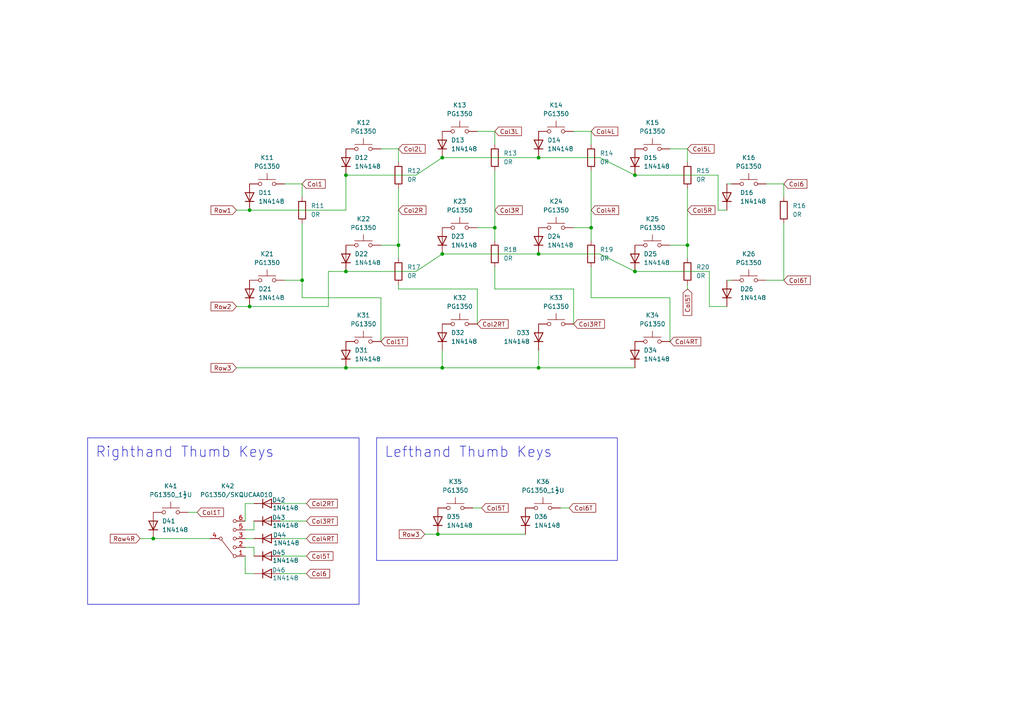
<source format=kicad_sch>
(kicad_sch (version 20231120) (generator "eeschema") (generator_version "8.0")
  (paper "A4")
  (title_block (title "Alufo ") (rev "0.1") (company "bgkendall") (comment 1 "Split one-layer reversible keyboard PCB") (comment 2 "Key switch matrix for"))
  (lib_symbols
    (symbol "Device:D" (pin_numbers hide) (pin_names (offset 1.016) hide)
      (property "Reference" "D" (at 0 2.54 0))
      (property "Value" "D" (at 0 -2.54 0))
      (symbol "D_0_1"
        (polyline (pts (xy -1.27 1.27) (xy -1.27 -1.27)) (stroke (width 0.254)))
        (polyline (pts (xy 1.27 0) (xy -1.27 0)))
        (polyline (pts (xy 1.27 1.27) (xy 1.27 -1.27) (xy -1.27 0) (xy 1.27 1.27)) (stroke (width 0.254)))
      )
      (symbol "D_1_1"
        (pin passive line (at -3.81 0 0) (length 2.54) (name "K") (number "1"))
        (pin passive line (at 3.81 0 180) (length 2.54) (name "A") (number "2"))
      )
    )
    (symbol "Device:R" (pin_numbers hide) (pin_names (offset 0))
      (property "Reference" "R" (at 2.032 0 90))
      (property "Value" "R" (at 0 0 90))
      (symbol "R_0_1"
        (rectangle (start -1.016 -2.54) (end 1.016 2.54) (stroke (width 0.254)))
      )
      (symbol "R_1_1"
        (pin passive line (at 0 3.81 270) (length 1.27) (name "~") (number "1"))
        (pin passive line (at 0 -3.81 90) (length 1.27) (name "~") (number "2"))
      )
    )
    (symbol "Project Library:SW_SP5T" (pin_names (offset 0) hide)
      (property "Reference" "SW" (at 0 5.08 0))
      (property "Value" "SW_SP5T" (at 0 -11.43 0))
      (symbol "SW_SP5T_0_1"
        (circle (center -2.032 -2.54) (radius 0.4572))
        (polyline (pts (xy -1.7569 -2.1414) (xy 1.651 2.286)))
        (circle (center 2.032 -7.62) (radius 0.4572))
        (circle (center 2.032 -5.08) (radius 0.4572))
        (circle (center 2.032 -2.54) (radius 0.4572))
        (circle (center 2.032 0) (radius 0.4572))
        (circle (center 2.032 2.54) (radius 0.4572))
      )
      (symbol "SW_SP5T_1_1"
        (pin passive line (at 5.08 2.54 180) (length 2.54) (name "A") (number "1"))
        (pin passive line (at 5.08 0 180) (length 2.54) (name "B") (number "2"))
        (pin passive line (at 5.08 -2.54 180) (length 2.54) (name "C") (number "3"))
        (pin passive line (at -5.08 -2.54 0) (length 2.54) (name "Com") (number "4"))
        (pin passive line (at 5.08 -5.08 180) (length 2.54) (name "D") (number "5"))
        (pin passive line (at 5.08 -7.62 180) (length 2.54) (name "Ctr") (number "6"))
      )
    )
    (symbol "Switch:SW_Push" (pin_numbers hide) (pin_names (offset 1.016) hide)
      (property "Reference" "SW" (at 1.27 2.54 0))
      (property "Value" "SW_Push" (at 0 -1.524 0))
      (symbol "SW_Push_0_1"
        (circle (center -2.032 0) (radius 0.508))
        (polyline (pts (xy 0 1.27) (xy 0 3.048)))
        (polyline (pts (xy 2.54 1.27) (xy -2.54 1.27)))
        (circle (center 2.032 0) (radius 0.508))
        (pin passive line (at -5.08 0 0) (length 2.54) (name "1") (number "1"))
        (pin passive line (at 5.08 0 180) (length 2.54) (name "2") (number "2"))
      )
    )
  )
  (junction (at 115.57 71.12))
  (junction (at 72.39 60.96))
  (junction (at 184.15 50.8))
  (junction (at 44.45 156.21))
  (junction (at 128.27 73.66))
  (junction (at 128.27 106.68))
  (junction (at 87.63 81.28))
  (junction (at 100.33 78.74))
  (junction (at 143.51 66.04))
  (junction (at 156.21 106.68))
  (junction (at 100.33 50.8))
  (junction (at 128.27 45.72))
  (junction (at 100.33 106.68))
  (junction (at 156.21 45.72))
  (junction (at 156.21 73.66))
  (junction (at 171.45 66.04))
  (junction (at 199.39 71.12))
  (junction (at 72.39 88.9))
  (junction (at 127 154.94))
  (junction (at 184.15 78.74))
  (wire (pts (xy 156.21 73.66) (xy 128.27 73.66)))
  (wire (pts (xy 120.65 78.74) (xy 100.33 78.74)))
  (wire (pts (xy 199.39 82.55) (xy 199.39 83.82)))
  (wire (pts (xy 71.12 146.05) (xy 73.66 146.05)))
  (wire (pts (xy 184.15 50.8) (xy 208.28 50.8)))
  (wire (pts (xy 166.37 83.82) (xy 166.37 93.98)))
  (wire (pts (xy 138.43 83.82) (xy 138.43 93.98)))
  (wire (pts (xy 128.27 45.72) (xy 120.65 50.8)))
  (wire (pts (xy 72.39 88.9) (xy 95.25 88.9)))
  (wire (pts (xy 54.61 148.59) (xy 57.15 148.59)))
  (wire (pts (xy 128.27 73.66) (xy 120.65 78.74)))
  (wire (pts (xy 87.63 64.77) (xy 87.63 81.28)))
  (wire (pts (xy 171.45 66.04) (xy 171.45 69.85)))
  (wire (pts (xy 73.66 151.13) (xy 73.66 153.67)))
  (wire (pts (xy 208.28 60.96) (xy 210.82 60.96)))
  (wire (pts (xy 71.12 156.21) (xy 73.66 156.21)))
  (wire (pts (xy 173.99 45.72) (xy 156.21 45.72)))
  (wire (pts (xy 95.25 78.74) (xy 100.33 78.74)))
  (wire (pts (xy 162.56 147.32) (xy 165.1 147.32)))
  (wire (pts (xy 71.12 166.37) (xy 71.12 161.29)))
  (wire (pts (xy 68.58 88.9) (xy 72.39 88.9)))
  (wire (pts (xy 143.51 49.53) (xy 143.51 66.04)))
  (wire (pts (xy 171.45 49.53) (xy 171.45 66.04)))
  (wire (pts (xy 156.21 101.6) (xy 156.21 106.68)))
  (wire (pts (xy 184.15 78.74) (xy 205.74 78.74)))
  (wire (pts (xy 87.63 81.28) (xy 87.63 86.36)))
  (wire (pts (xy 212.09 53.34) (xy 210.82 53.34)))
  (wire (pts (xy 88.9 146.05) (xy 81.28 146.05)))
  (wire (pts (xy 205.74 78.74) (xy 205.74 88.9)))
  (wire (pts (xy 40.64 156.21) (xy 44.45 156.21)))
  (wire (pts (xy 212.09 81.28) (xy 210.82 81.28)))
  (wire (pts (xy 138.43 38.1) (xy 143.51 38.1)))
  (wire (pts (xy 143.51 38.1) (xy 143.51 41.91)))
  (wire (pts (xy 123.19 154.94) (xy 127 154.94)))
  (wire (pts (xy 71.12 166.37) (xy 73.66 166.37)))
  (wire (pts (xy 205.74 88.9) (xy 210.82 88.9)))
  (wire (pts (xy 82.55 53.34) (xy 87.63 53.34)))
  (wire (pts (xy 166.37 38.1) (xy 171.45 38.1)))
  (wire (pts (xy 184.15 50.8) (xy 173.99 45.72)))
  (wire (pts (xy 156.21 45.72) (xy 128.27 45.72)))
  (wire (pts (xy 222.25 53.34) (xy 227.33 53.34)))
  (wire (pts (xy 171.45 86.36) (xy 194.31 86.36)))
  (wire (pts (xy 227.33 64.77) (xy 227.33 81.28)))
  (wire (pts (xy 73.66 153.67) (xy 71.12 153.67)))
  (wire (pts (xy 127 154.94) (xy 152.4 154.94)))
  (wire (pts (xy 194.31 71.12) (xy 199.39 71.12)))
  (wire (pts (xy 143.51 66.04) (xy 143.51 69.85)))
  (wire (pts (xy 115.57 54.61) (xy 115.57 71.12)))
  (wire (pts (xy 222.25 81.28) (xy 227.33 81.28)))
  (wire (pts (xy 100.33 50.8) (xy 100.33 60.96)))
  (wire (pts (xy 110.49 71.12) (xy 115.57 71.12)))
  (wire (pts (xy 120.65 50.8) (xy 100.33 50.8)))
  (wire (pts (xy 110.49 43.18) (xy 115.57 43.18)))
  (wire (pts (xy 115.57 43.18) (xy 115.57 46.99)))
  (wire (pts (xy 171.45 38.1) (xy 171.45 41.91)))
  (wire (pts (xy 73.66 158.75) (xy 71.12 158.75)))
  (wire (pts (xy 100.33 106.68) (xy 128.27 106.68)))
  (wire (pts (xy 199.39 54.61) (xy 199.39 71.12)))
  (wire (pts (xy 199.39 71.12) (xy 199.39 74.93)))
  (wire (pts (xy 88.9 151.13) (xy 81.28 151.13)))
  (wire (pts (xy 115.57 71.12) (xy 115.57 74.93)))
  (wire (pts (xy 82.55 81.28) (xy 87.63 81.28)))
  (wire (pts (xy 208.28 50.8) (xy 208.28 60.96)))
  (wire (pts (xy 110.49 86.36) (xy 110.49 99.06)))
  (wire (pts (xy 95.25 78.74) (xy 95.25 88.9)))
  (wire (pts (xy 44.45 156.21) (xy 60.96 156.21)))
  (wire (pts (xy 139.7 147.32) (xy 137.16 147.32)))
  (wire (pts (xy 128.27 101.6) (xy 128.27 106.68)))
  (wire (pts (xy 71.12 146.05) (xy 71.12 151.13)))
  (wire (pts (xy 184.15 78.74) (xy 173.99 73.66)))
  (wire (pts (xy 156.21 106.68) (xy 184.15 106.68)))
  (wire (pts (xy 68.58 60.96) (xy 72.39 60.96)))
  (wire (pts (xy 227.33 53.34) (xy 227.33 57.15)))
  (wire (pts (xy 128.27 106.68) (xy 156.21 106.68)))
  (wire (pts (xy 88.9 161.29) (xy 81.28 161.29)))
  (wire (pts (xy 115.57 83.82) (xy 138.43 83.82)))
  (wire (pts (xy 138.43 66.04) (xy 143.51 66.04)))
  (wire (pts (xy 87.63 86.36) (xy 110.49 86.36)))
  (wire (pts (xy 68.58 106.68) (xy 100.33 106.68)))
  (wire (pts (xy 87.63 53.34) (xy 87.63 57.15)))
  (wire (pts (xy 88.9 156.21) (xy 81.28 156.21)))
  (wire (pts (xy 143.51 77.47) (xy 143.51 83.82)))
  (wire (pts (xy 88.9 166.37) (xy 81.28 166.37)))
  (wire (pts (xy 171.45 77.47) (xy 171.45 86.36)))
  (wire (pts (xy 194.31 86.36) (xy 194.31 99.06)))
  (wire (pts (xy 166.37 66.04) (xy 171.45 66.04)))
  (wire (pts (xy 194.31 43.18) (xy 199.39 43.18)))
  (wire (pts (xy 143.51 83.82) (xy 166.37 83.82)))
  (wire (pts (xy 115.57 83.82) (xy 115.57 82.55)))
  (wire (pts (xy 73.66 158.75) (xy 73.66 161.29)))
  (wire (pts (xy 72.39 60.96) (xy 100.33 60.96)))
  (wire (pts (xy 173.99 73.66) (xy 156.21 73.66)))
  (wire (pts (xy 199.39 43.18) (xy 199.39 46.99)))
  (text_box "Lefthand Thumb Keys" (at 109.22 127 0) (size 69.85 35.56) (effects (font (size 3 3)) (justify left top)))
  (text_box "Righthand Thumb Keys" (at 25.4 127 0) (size 78.74 48.26) (effects (font (size 3 3)) (justify left top)))
  (global_label "Col5T" (shape input) (at 199.39 83.82 270) (property "Intersheetrefs" "${INTERSHEET_REFS}" (effects (hide yes))))
  (global_label "Row3" (shape input) (at 68.58 106.68 180) (property "Intersheetrefs" "${INTERSHEET_REFS}" (effects (hide yes))))
  (global_label "Row3" (shape input) (at 123.19 154.94 180) (property "Intersheetrefs" "${INTERSHEET_REFS}" (effects (hide yes))))
  (global_label "Col2RT" (shape input) (at 88.9 146.05 0) (property "Intersheetrefs" "${INTERSHEET_REFS}" (effects (hide yes))))
  (global_label "Col3R" (shape input) (at 143.51 60.96 0) (property "Intersheetrefs" "${INTERSHEET_REFS}" (effects (hide yes))))
  (global_label "Col1T" (shape input) (at 57.15 148.59 0) (property "Intersheetrefs" "${INTERSHEET_REFS}" (effects (hide yes))))
  (global_label "Col6T" (shape input) (at 165.1 147.32 0) (property "Intersheetrefs" "${INTERSHEET_REFS}" (effects (hide yes))))
  (global_label "Col1" (shape input) (at 87.63 53.34 0) (property "Intersheetrefs" "${INTERSHEET_REFS}" (effects (hide yes))))
  (global_label "Col3RT" (shape input) (at 166.37 93.98 0) (property "Intersheetrefs" "${INTERSHEET_REFS}" (effects (hide yes))))
  (global_label "Col2RT" (shape input) (at 138.43 93.98 0) (property "Intersheetrefs" "${INTERSHEET_REFS}" (effects (hide yes))))
  (global_label "Col4RT" (shape input) (at 194.31 99.06 0) (property "Intersheetrefs" "${INTERSHEET_REFS}" (effects (hide yes))))
  (global_label "Col6T" (shape input) (at 227.33 81.28 0) (property "Intersheetrefs" "${INTERSHEET_REFS}" (effects (hide yes))))
  (global_label "Row4R" (shape input) (at 40.64 156.21 180) (property "Intersheetrefs" "${INTERSHEET_REFS}" (effects (hide yes))))
  (global_label "Col5L" (shape input) (at 199.39 43.18 0) (property "Intersheetrefs" "${INTERSHEET_REFS}" (effects (hide yes))))
  (global_label "Col4R" (shape input) (at 171.45 60.96 0) (property "Intersheetrefs" "${INTERSHEET_REFS}" (effects (hide yes))))
  (global_label "Col6" (shape input) (at 88.9 166.37 0) (property "Intersheetrefs" "${INTERSHEET_REFS}" (effects (hide yes))))
  (global_label "Row1" (shape input) (at 68.58 60.96 180) (property "Intersheetrefs" "${INTERSHEET_REFS}" (effects (hide yes))))
  (global_label "Col3L" (shape input) (at 143.51 38.1 0) (property "Intersheetrefs" "${INTERSHEET_REFS}" (effects (hide yes))))
  (global_label "Col5T" (shape input) (at 139.7 147.32 0) (property "Intersheetrefs" "${INTERSHEET_REFS}" (effects (hide yes))))
  (global_label "Col2R" (shape input) (at 115.57 60.96 0) (property "Intersheetrefs" "${INTERSHEET_REFS}" (effects (hide yes))))
  (global_label "Col4RT" (shape input) (at 88.9 156.21 0) (property "Intersheetrefs" "${INTERSHEET_REFS}" (effects (hide yes))))
  (global_label "Col4L" (shape input) (at 171.45 38.1 0) (property "Intersheetrefs" "${INTERSHEET_REFS}" (effects (hide yes))))
  (global_label "Col6" (shape input) (at 227.33 53.34 0) (property "Intersheetrefs" "${INTERSHEET_REFS}" (effects (hide yes))))
  (global_label "Col3RT" (shape input) (at 88.9 151.13 0) (property "Intersheetrefs" "${INTERSHEET_REFS}" (effects (hide yes))))
  (global_label "Row2" (shape input) (at 68.58 88.9 180) (property "Intersheetrefs" "${INTERSHEET_REFS}" (effects (hide yes))))
  (global_label "Col1T" (shape input) (at 110.49 99.06 0) (property "Intersheetrefs" "${INTERSHEET_REFS}" (effects (hide yes))))
  (global_label "Col2L" (shape input) (at 115.57 43.18 0) (property "Intersheetrefs" "${INTERSHEET_REFS}" (effects (hide yes))))
  (global_label "Col5T" (shape input) (at 88.9 161.29 0) (property "Intersheetrefs" "${INTERSHEET_REFS}" (effects (hide yes))))
  (global_label "Col5R" (shape input) (at 199.39 60.96 0) (property "Intersheetrefs" "${INTERSHEET_REFS}" (effects (hide yes))))
  (symbol (lib_id "Device:D") (at 77.47 161.29 0) (unit 1)
    (property "Reference" "D45" (at 82.804 160.274 0) (effects (justify right)))
    (property "Value" "1N4148" (at 86.614 162.56 0) (effects (justify right)))
    (property "Footprint" "Project Library:D_SOD-123" (effects (hide yes)))
    (property "Description" "Diode" (effects (hide yes)))
    (property "Sim.Device" "D" (effects (hide yes)))
    (property "Sim.Pins" "1=K 2=A" (effects (hide yes)))
  )
  (symbol (lib_id "Switch:SW_Push") (at 161.29 66.04 0) (mirror y) (unit 1)
    (property "Reference" "K24" (at 161.29 58.42 0))
    (property "Value" "PG1350" (at 161.29 60.96 0))
    (property "Footprint" "Project Library:SW_choc_v1_HS_CPG135001S30_1layer_1u" (effects (hide yes)))
    (property "Description" "Push button switch, generic, two pins" (effects (hide yes)))
  )
  (symbol (lib_id "Switch:SW_Push") (at 133.35 66.04 0) (mirror y) (unit 1)
    (property "Reference" "K23" (at 133.35 58.42 0))
    (property "Value" "PG1350" (at 133.35 60.96 0))
    (property "Footprint" "Project Library:SW_choc_v1_HS_CPG135001S30_1layer_1u" (effects (hide yes)))
    (property "Description" "Push button switch, generic, two pins" (effects (hide yes)))
  )
  (symbol (lib_id "Switch:SW_Push") (at 161.29 93.98 0) (mirror y) (unit 1)
    (property "Reference" "K33" (at 161.29 86.36 0))
    (property "Value" "PG1350" (at 161.29 88.9 0))
    (property "Footprint" "Project Library:SW_choc_v1_HS_CPG135001S30_1layer_1u" (effects (hide yes)))
    (property "Description" "Push button switch, generic, two pins" (effects (hide yes)))
  )
  (symbol (lib_id "Switch:SW_Push") (at 161.29 38.1 0) (mirror y) (unit 1)
    (property "Reference" "K14" (at 161.29 30.48 0))
    (property "Value" "PG1350" (at 161.29 33.02 0))
    (property "Footprint" "Project Library:SW_choc_v1_HS_CPG135001S30_1layer_1u" (effects (hide yes)))
    (property "Description" "Push button switch, generic, two pins" (effects (hide yes)))
  )
  (symbol (lib_id "Device:R") (at 143.51 45.72 0) (unit 1)
    (property "Reference" "R13" (at 146.05 44.4499 0) (effects (justify left)))
    (property "Value" "0R" (at 146.05 46.9899 0) (effects (justify left)))
    (property "Footprint" "Project Library:R_2010_5025Metric_Mod" (effects (hide yes)))
    (property "Description" "Resistor" (effects (hide yes)))
  )
  (symbol (lib_id "Switch:SW_Push") (at 189.23 99.06 0) (mirror y) (unit 1)
    (property "Reference" "K34" (at 189.23 91.44 0))
    (property "Value" "PG1350" (at 189.23 93.98 0))
    (property "Footprint" "Project Library:SW_choc_v1_HS_CPG135001S30_1layer_1u" (effects (hide yes)))
    (property "Description" "Push button switch, generic, two pins" (effects (hide yes)))
  )
  (symbol (lib_id "Switch:SW_Push") (at 157.48 147.32 0) (mirror y) (unit 1)
    (property "Reference" "K36" (at 157.48 139.7 0))
    (property "Value" "PG1350_1½U" (at 157.48 142.24 0))
    (property "Footprint" "Project Library:SW_choc_v1_HS_CPG135001S30_1layer_1.5u" (effects (hide yes)))
    (property "Description" "Push button switch, generic, two pins" (effects (hide yes)))
  )
  (symbol (lib_id "Device:D") (at 152.4 151.13 90) (unit 1)
    (property "Reference" "D36" (at 154.94 149.8599 90) (effects (justify right)))
    (property "Value" "1N4148" (at 154.94 152.3999 90) (effects (justify right)))
    (property "Footprint" "Project Library:D_SOD-123_Mod" (effects (hide yes)))
    (property "Description" "Diode" (effects (hide yes)))
    (property "Sim.Device" "D" (effects (hide yes)))
    (property "Sim.Pins" "1=K 2=A" (effects (hide yes)))
  )
  (symbol (lib_id "Device:R") (at 87.63 60.96 0) (unit 1)
    (property "Reference" "R11" (at 90.17 59.6899 0) (effects (justify left)))
    (property "Value" "0R" (at 90.17 62.2299 0) (effects (justify left)))
    (property "Footprint" "Project Library:R_2010_5025Metric_Mod" (effects (hide yes)))
    (property "Description" "Resistor" (effects (hide yes)))
  )
  (symbol (lib_id "Device:D") (at 100.33 46.99 90) (unit 1)
    (property "Reference" "D12" (at 102.87 45.7199 90) (effects (justify right)))
    (property "Value" "1N4148" (at 102.87 48.2599 90) (effects (justify right)))
    (property "Footprint" "Project Library:D_SOD-123_Mod" (effects (hide yes)))
    (property "Description" "Diode" (effects (hide yes)))
    (property "Sim.Device" "D" (effects (hide yes)))
    (property "Sim.Pins" "1=K 2=A" (effects (hide yes)))
  )
  (symbol (lib_id "Device:D") (at 100.33 102.87 90) (unit 1)
    (property "Reference" "D31" (at 102.87 101.5999 90) (effects (justify right)))
    (property "Value" "1N4148" (at 102.87 104.1399 90) (effects (justify right)))
    (property "Footprint" "Project Library:D_SOD-123_Mod" (effects (hide yes)))
    (property "Description" "Diode" (effects (hide yes)))
    (property "Sim.Device" "D" (effects (hide yes)))
    (property "Sim.Pins" "1=K 2=A" (effects (hide yes)))
  )
  (symbol (lib_id "Device:D") (at 77.47 151.13 0) (unit 1)
    (property "Reference" "D43" (at 82.804 150.114 0) (effects (justify right)))
    (property "Value" "1N4148" (at 86.614 152.4 0) (effects (justify right)))
    (property "Footprint" "Project Library:D_SOD-123" (effects (hide yes)))
    (property "Description" "Diode" (effects (hide yes)))
    (property "Sim.Device" "D" (effects (hide yes)))
    (property "Sim.Pins" "1=K 2=A" (effects (hide yes)))
  )
  (symbol (lib_id "Switch:SW_Push") (at 77.47 53.34 0) (mirror y) (unit 1)
    (property "Reference" "K11" (at 77.47 45.72 0))
    (property "Value" "PG1350" (at 77.47 48.26 0))
    (property "Footprint" "Project Library:SW_choc_v1_HS_CPG135001S30_1layer_1u" (effects (hide yes)))
    (property "Description" "Push button switch, generic, two pins" (effects (hide yes)))
  )
  (symbol (lib_id "Device:R") (at 171.45 73.66 0) (unit 1)
    (property "Reference" "R19" (at 173.99 72.3899 0) (effects (justify left)))
    (property "Value" "0R" (at 173.99 74.9299 0) (effects (justify left)))
    (property "Footprint" "Project Library:R_2010_5025Metric_Mod" (effects (hide yes)))
    (property "Description" "Resistor" (effects (hide yes)))
  )
  (symbol (lib_id "Device:R") (at 227.33 60.96 0) (unit 1)
    (property "Reference" "R16" (at 229.87 59.6899 0) (effects (justify left)))
    (property "Value" "0R" (at 229.87 62.2299 0) (effects (justify left)))
    (property "Footprint" "Project Library:R_2010_5025Metric_Mod" (effects (hide yes)))
    (property "Description" "Resistor" (effects (hide yes)))
  )
  (symbol (lib_id "Device:R") (at 115.57 50.8 0) (unit 1)
    (property "Reference" "R12" (at 118.11 49.5299 0) (effects (justify left)))
    (property "Value" "0R" (at 118.11 52.0699 0) (effects (justify left)))
    (property "Footprint" "Project Library:R_2010_5025Metric_Mod" (effects (hide yes)))
    (property "Description" "Resistor" (effects (hide yes)))
  )
  (symbol (lib_id "Project Library:SW_SP5T") (at 66.04 158.75 0) (mirror x) (unit 1)
    (property "Reference" "K42" (at 66.04 140.97 0))
    (property "Value" "PG1350/SKQUCAA010" (at 68.58 143.51 0))
    (property "Footprint" "Project Library:SW_choc_v1_HS_nav_CPG135001S30_SKQUCAA010_1layer_1u_1" (effects (hide yes)))
    (property "Description" "Switch, five position, single pole quintuple throw, 5 position switch, SP5T" (effects (hide yes)))
  )
  (symbol (lib_id "Device:R") (at 171.45 45.72 0) (unit 1)
    (property "Reference" "R14" (at 173.99 44.4499 0) (effects (justify left)))
    (property "Value" "0R" (at 173.99 46.9899 0) (effects (justify left)))
    (property "Footprint" "Project Library:R_2010_5025Metric_Mod" (effects (hide yes)))
    (property "Description" "Resistor" (effects (hide yes)))
  )
  (symbol (lib_id "Switch:SW_Push") (at 105.41 99.06 0) (mirror y) (unit 1)
    (property "Reference" "K31" (at 105.41 91.44 0))
    (property "Value" "PG1350" (at 105.41 93.98 0))
    (property "Footprint" "Project Library:SW_choc_v1_HS_CPG135001S30_1layer_1u" (effects (hide yes)))
    (property "Description" "Push button switch, generic, two pins" (effects (hide yes)))
  )
  (symbol (lib_id "Device:D") (at 77.47 166.37 0) (unit 1)
    (property "Reference" "D46" (at 82.804 165.354 0) (effects (justify right)))
    (property "Value" "1N4148" (at 86.614 167.64 0) (effects (justify right)))
    (property "Footprint" "Project Library:D_SOD-123" (effects (hide yes)))
    (property "Description" "Diode" (effects (hide yes)))
    (property "Sim.Device" "D" (effects (hide yes)))
    (property "Sim.Pins" "1=K 2=A" (effects (hide yes)))
  )
  (symbol (lib_id "Device:D") (at 184.15 46.99 90) (unit 1)
    (property "Reference" "D15" (at 186.69 45.7199 90) (effects (justify right)))
    (property "Value" "1N4148" (at 186.69 48.2599 90) (effects (justify right)))
    (property "Footprint" "Project Library:D_SOD-123_Mod" (effects (hide yes)))
    (property "Description" "Diode" (effects (hide yes)))
    (property "Sim.Device" "D" (effects (hide yes)))
    (property "Sim.Pins" "1=K 2=A" (effects (hide yes)))
  )
  (symbol (lib_id "Switch:SW_Push") (at 49.53 148.59 0) (mirror y) (unit 1)
    (property "Reference" "K41" (at 49.53 140.97 0))
    (property "Value" "PG1350_1½U" (at 49.53 143.51 0))
    (property "Footprint" "Project Library:SW_choc_v1_HS_CPG135001S30_1layer_1.5u" (effects (hide yes)))
    (property "Description" "Push button switch, generic, two pins" (effects (hide yes)))
  )
  (symbol (lib_id "Switch:SW_Push") (at 77.47 81.28 0) (mirror y) (unit 1)
    (property "Reference" "K21" (at 77.47 73.66 0))
    (property "Value" "PG1350" (at 77.47 76.2 0))
    (property "Footprint" "Project Library:SW_choc_v1_HS_CPG135001S30_1layer_1u" (effects (hide yes)))
    (property "Description" "Push button switch, generic, two pins" (effects (hide yes)))
  )
  (symbol (lib_id "Device:D") (at 210.82 85.09 90) (unit 1)
    (property "Reference" "D26" (at 214.63 83.8199 90) (effects (justify right)))
    (property "Value" "1N4148" (at 214.63 86.3599 90) (effects (justify right)))
    (property "Footprint" "Project Library:D_SOD-123_Mod" (effects (hide yes)))
    (property "Description" "Diode" (effects (hide yes)))
    (property "Sim.Device" "D" (effects (hide yes)))
    (property "Sim.Pins" "1=K 2=A" (effects (hide yes)))
  )
  (symbol (lib_id "Switch:SW_Push") (at 189.23 43.18 0) (mirror y) (unit 1)
    (property "Reference" "K15" (at 189.23 35.56 0))
    (property "Value" "PG1350" (at 189.23 38.1 0))
    (property "Footprint" "Project Library:SW_choc_v1_HS_CPG135001S30_1layer_1u" (effects (hide yes)))
    (property "Description" "Push button switch, generic, two pins" (effects (hide yes)))
  )
  (symbol (lib_id "Switch:SW_Push") (at 133.35 93.98 0) (mirror y) (unit 1)
    (property "Reference" "K32" (at 133.35 86.36 0))
    (property "Value" "PG1350" (at 133.35 88.9 0))
    (property "Footprint" "Project Library:SW_choc_v1_HS_CPG135001S30_1layer_1u" (effects (hide yes)))
    (property "Description" "Push button switch, generic, two pins" (effects (hide yes)))
  )
  (symbol (lib_id "Device:D") (at 128.27 97.79 90) (unit 1)
    (property "Reference" "D32" (at 130.81 96.5199 90) (effects (justify right)))
    (property "Value" "1N4148" (at 130.81 99.0599 90) (effects (justify right)))
    (property "Footprint" "Project Library:D_SOD-123_Mod" (effects (hide yes)))
    (property "Description" "Diode" (effects (hide yes)))
    (property "Sim.Device" "D" (effects (hide yes)))
    (property "Sim.Pins" "1=K 2=A" (effects (hide yes)))
  )
  (symbol (lib_id "Switch:SW_Push") (at 105.41 43.18 0) (mirror y) (unit 1)
    (property "Reference" "K12" (at 105.41 35.56 0))
    (property "Value" "PG1350" (at 105.41 38.1 0))
    (property "Footprint" "Project Library:SW_choc_v1_HS_CPG135001S30_1layer_1u" (effects (hide yes)))
    (property "Description" "Push button switch, generic, two pins" (effects (hide yes)))
  )
  (symbol (lib_id "Device:D") (at 156.21 97.79 270) (mirror x) (unit 1)
    (property "Reference" "D33" (at 153.67 96.5199 90) (effects (justify right)))
    (property "Value" "1N4148" (at 153.67 99.0599 90) (effects (justify right)))
    (property "Footprint" "Project Library:D_SOD-123_Mod" (effects (hide yes)))
    (property "Description" "Diode" (effects (hide yes)))
    (property "Sim.Device" "D" (effects (hide yes)))
    (property "Sim.Pins" "1=K 2=A" (effects (hide yes)))
  )
  (symbol (lib_id "Device:D") (at 210.82 57.15 90) (unit 1)
    (property "Reference" "D16" (at 214.63 55.8799 90) (effects (justify right)))
    (property "Value" "1N4148" (at 214.63 58.4199 90) (effects (justify right)))
    (property "Footprint" "Project Library:D_SOD-123_Mod" (effects (hide yes)))
    (property "Description" "Diode" (effects (hide yes)))
    (property "Sim.Device" "D" (effects (hide yes)))
    (property "Sim.Pins" "1=K 2=A" (effects (hide yes)))
  )
  (symbol (lib_id "Device:D") (at 184.15 102.87 90) (unit 1)
    (property "Reference" "D34" (at 186.69 101.5999 90) (effects (justify right)))
    (property "Value" "1N4148" (at 186.69 104.1399 90) (effects (justify right)))
    (property "Footprint" "Project Library:D_SOD-123_Mod" (effects (hide yes)))
    (property "Description" "Diode" (effects (hide yes)))
    (property "Sim.Device" "D" (effects (hide yes)))
    (property "Sim.Pins" "1=K 2=A" (effects (hide yes)))
  )
  (symbol (lib_id "Switch:SW_Push") (at 132.08 147.32 0) (mirror y) (unit 1)
    (property "Reference" "K35" (at 132.08 139.7 0))
    (property "Value" "PG1350" (at 132.08 142.24 0))
    (property "Footprint" "Project Library:SW_choc_v1_HS_CPG135001S30_1layer_1u" (effects (hide yes)))
    (property "Description" "Push button switch, generic, two pins" (effects (hide yes)))
  )
  (symbol (lib_id "Switch:SW_Push") (at 189.23 71.12 0) (mirror y) (unit 1)
    (property "Reference" "K25" (at 189.23 63.5 0))
    (property "Value" "PG1350" (at 189.23 66.04 0))
    (property "Footprint" "Project Library:SW_choc_v1_HS_CPG135001S30_1layer_1u" (effects (hide yes)))
    (property "Description" "Push button switch, generic, two pins" (effects (hide yes)))
  )
  (symbol (lib_id "Device:D") (at 44.45 152.4 90) (unit 1)
    (property "Reference" "D41" (at 46.99 151.1299 90) (effects (justify right)))
    (property "Value" "1N4148" (at 46.99 153.6699 90) (effects (justify right)))
    (property "Footprint" "Project Library:D_SOD-123" (effects (hide yes)))
    (property "Description" "Diode" (effects (hide yes)))
    (property "Sim.Device" "D" (effects (hide yes)))
    (property "Sim.Pins" "1=K 2=A" (effects (hide yes)))
  )
  (symbol (lib_id "Device:D") (at 72.39 85.09 90) (unit 1)
    (property "Reference" "D21" (at 74.93 83.8199 90) (effects (justify right)))
    (property "Value" "1N4148" (at 74.93 86.3599 90) (effects (justify right)))
    (property "Footprint" "Project Library:D_SOD-123_Mod" (effects (hide yes)))
    (property "Description" "Diode" (effects (hide yes)))
    (property "Sim.Device" "D" (effects (hide yes)))
    (property "Sim.Pins" "1=K 2=A" (effects (hide yes)))
  )
  (symbol (lib_id "Device:D") (at 128.27 41.91 90) (unit 1)
    (property "Reference" "D13" (at 130.81 40.6399 90) (effects (justify right)))
    (property "Value" "1N4148" (at 130.81 43.1799 90) (effects (justify right)))
    (property "Footprint" "Project Library:D_SOD-123_Mod" (effects (hide yes)))
    (property "Description" "Diode" (effects (hide yes)))
    (property "Sim.Device" "D" (effects (hide yes)))
    (property "Sim.Pins" "1=K 2=A" (effects (hide yes)))
  )
  (symbol (lib_id "Device:D") (at 128.27 69.85 90) (unit 1)
    (property "Reference" "D23" (at 130.81 68.5799 90) (effects (justify right)))
    (property "Value" "1N4148" (at 130.81 71.1199 90) (effects (justify right)))
    (property "Footprint" "Project Library:D_SOD-123_Mod" (effects (hide yes)))
    (property "Description" "Diode" (effects (hide yes)))
    (property "Sim.Device" "D" (effects (hide yes)))
    (property "Sim.Pins" "1=K 2=A" (effects (hide yes)))
  )
  (symbol (lib_id "Device:D") (at 184.15 74.93 90) (unit 1)
    (property "Reference" "D25" (at 186.69 73.6599 90) (effects (justify right)))
    (property "Value" "1N4148" (at 186.69 76.1999 90) (effects (justify right)))
    (property "Footprint" "Project Library:D_SOD-123_Mod" (effects (hide yes)))
    (property "Description" "Diode" (effects (hide yes)))
    (property "Sim.Device" "D" (effects (hide yes)))
    (property "Sim.Pins" "1=K 2=A" (effects (hide yes)))
  )
  (symbol (lib_id "Device:R") (at 143.51 73.66 0) (unit 1)
    (property "Reference" "R18" (at 146.05 72.3899 0) (effects (justify left)))
    (property "Value" "0R" (at 146.05 74.9299 0) (effects (justify left)))
    (property "Footprint" "Project Library:R_2010_5025Metric_Mod" (effects (hide yes)))
    (property "Description" "Resistor" (effects (hide yes)))
  )
  (symbol (lib_id "Device:D") (at 72.39 57.15 90) (unit 1)
    (property "Reference" "D11" (at 74.93 55.8799 90) (effects (justify right)))
    (property "Value" "1N4148" (at 74.93 58.4199 90) (effects (justify right)))
    (property "Footprint" "Project Library:D_SOD-123_Mod" (effects (hide yes)))
    (property "Description" "Diode" (effects (hide yes)))
    (property "Sim.Device" "D" (effects (hide yes)))
    (property "Sim.Pins" "1=K 2=A" (effects (hide yes)))
  )
  (symbol (lib_id "Device:R") (at 115.57 78.74 0) (unit 1)
    (property "Reference" "R17" (at 118.11 77.4699 0) (effects (justify left)))
    (property "Value" "0R" (at 118.11 80.0099 0) (effects (justify left)))
    (property "Footprint" "Project Library:R_2010_5025Metric_Mod" (effects (hide yes)))
    (property "Description" "Resistor" (effects (hide yes)))
  )
  (symbol (lib_id "Device:D") (at 156.21 69.85 90) (unit 1)
    (property "Reference" "D24" (at 158.75 68.5799 90) (effects (justify right)))
    (property "Value" "1N4148" (at 158.75 71.1199 90) (effects (justify right)))
    (property "Footprint" "Project Library:D_SOD-123_Mod" (effects (hide yes)))
    (property "Description" "Diode" (effects (hide yes)))
    (property "Sim.Device" "D" (effects (hide yes)))
    (property "Sim.Pins" "1=K 2=A" (effects (hide yes)))
  )
  (symbol (lib_id "Switch:SW_Push") (at 105.41 71.12 0) (mirror y) (unit 1)
    (property "Reference" "K22" (at 105.41 63.5 0))
    (property "Value" "PG1350" (at 105.41 66.04 0))
    (property "Footprint" "Project Library:SW_choc_v1_HS_CPG135001S30_1layer_1u" (effects (hide yes)))
    (property "Description" "Push button switch, generic, two pins" (effects (hide yes)))
  )
  (symbol (lib_id "Device:R") (at 199.39 78.74 0) (unit 1)
    (property "Reference" "R20" (at 201.93 77.4699 0) (effects (justify left)))
    (property "Value" "0R" (at 201.93 80.0099 0) (effects (justify left)))
    (property "Footprint" "Project Library:R_2010_5025Metric_Mod" (effects (hide yes)))
    (property "Description" "Resistor" (effects (hide yes)))
  )
  (symbol (lib_id "Switch:SW_Push") (at 133.35 38.1 0) (mirror y) (unit 1)
    (property "Reference" "K13" (at 133.35 30.48 0))
    (property "Value" "PG1350" (at 133.35 33.02 0))
    (property "Footprint" "Project Library:SW_choc_v1_HS_CPG135001S30_1layer_1u" (effects (hide yes)))
    (property "Description" "Push button switch, generic, two pins" (effects (hide yes)))
  )
  (symbol (lib_id "Device:D") (at 77.47 146.05 0) (unit 1)
    (property "Reference" "D42" (at 82.804 145.034 0) (effects (justify right)))
    (property "Value" "1N4148" (at 86.614 147.32 0) (effects (justify right)))
    (property "Footprint" "Project Library:D_SOD-123" (effects (hide yes)))
    (property "Description" "Diode" (effects (hide yes)))
    (property "Sim.Device" "D" (effects (hide yes)))
    (property "Sim.Pins" "1=K 2=A" (effects (hide yes)))
  )
  (symbol (lib_id "Switch:SW_Push") (at 217.17 81.28 0) (mirror y) (unit 1)
    (property "Reference" "K26" (at 217.17 73.66 0))
    (property "Value" "PG1350" (at 217.17 76.2 0))
    (property "Footprint" "Project Library:SW_choc_v1_HS_CPG135001S30_1layer_1u" (effects (hide yes)))
    (property "Description" "Push button switch, generic, two pins" (effects (hide yes)))
  )
  (symbol (lib_id "Device:D") (at 77.47 156.21 0) (unit 1)
    (property "Reference" "D44" (at 83.058 155.194 0) (effects (justify right)))
    (property "Value" "1N4148" (at 86.868 157.48 0) (effects (justify right)))
    (property "Footprint" "Project Library:D_SOD-123" (effects (hide yes)))
    (property "Description" "Diode" (effects (hide yes)))
    (property "Sim.Device" "D" (effects (hide yes)))
    (property "Sim.Pins" "1=K 2=A" (effects (hide yes)))
  )
  (symbol (lib_id "Device:R") (at 199.39 50.8 0) (unit 1)
    (property "Reference" "R15" (at 201.93 49.5299 0) (effects (justify left)))
    (property "Value" "0R" (at 201.93 52.0699 0) (effects (justify left)))
    (property "Footprint" "Project Library:R_2010_5025Metric_Mod" (effects (hide yes)))
    (property "Description" "Resistor" (effects (hide yes)))
  )
  (symbol (lib_id "Device:D") (at 127 151.13 90) (unit 1)
    (property "Reference" "D35" (at 129.54 149.8599 90) (effects (justify right)))
    (property "Value" "1N4148" (at 129.54 152.3999 90) (effects (justify right)))
    (property "Footprint" "Project Library:D_SOD-123_Mod" (effects (hide yes)))
    (property "Description" "Diode" (effects (hide yes)))
    (property "Sim.Device" "D" (effects (hide yes)))
    (property "Sim.Pins" "1=K 2=A" (effects (hide yes)))
  )
  (symbol (lib_id "Device:D") (at 100.33 74.93 90) (unit 1)
    (property "Reference" "D22" (at 102.87 73.6599 90) (effects (justify right)))
    (property "Value" "1N4148" (at 102.87 76.1999 90) (effects (justify right)))
    (property "Footprint" "Project Library:D_SOD-123_Mod" (effects (hide yes)))
    (property "Description" "Diode" (effects (hide yes)))
    (property "Sim.Device" "D" (effects (hide yes)))
    (property "Sim.Pins" "1=K 2=A" (effects (hide yes)))
  )
  (symbol (lib_id "Switch:SW_Push") (at 217.17 53.34 0) (mirror y) (unit 1)
    (property "Reference" "K16" (at 217.17 45.72 0))
    (property "Value" "PG1350" (at 217.17 48.26 0))
    (property "Footprint" "Project Library:SW_choc_v1_HS_CPG135001S30_1layer_1u" (effects (hide yes)))
    (property "Description" "Push button switch, generic, two pins" (effects (hide yes)))
  )
  (symbol (lib_id "Device:D") (at 156.21 41.91 90) (unit 1)
    (property "Reference" "D14" (at 158.75 40.6399 90) (effects (justify right)))
    (property "Value" "1N4148" (at 158.75 43.1799 90) (effects (justify right)))
    (property "Footprint" "Project Library:D_SOD-123_Mod" (effects (hide yes)))
    (property "Description" "Diode" (effects (hide yes)))
    (property "Sim.Device" "D" (effects (hide yes)))
    (property "Sim.Pins" "1=K 2=A" (effects (hide yes)))
  )
)
</source>
